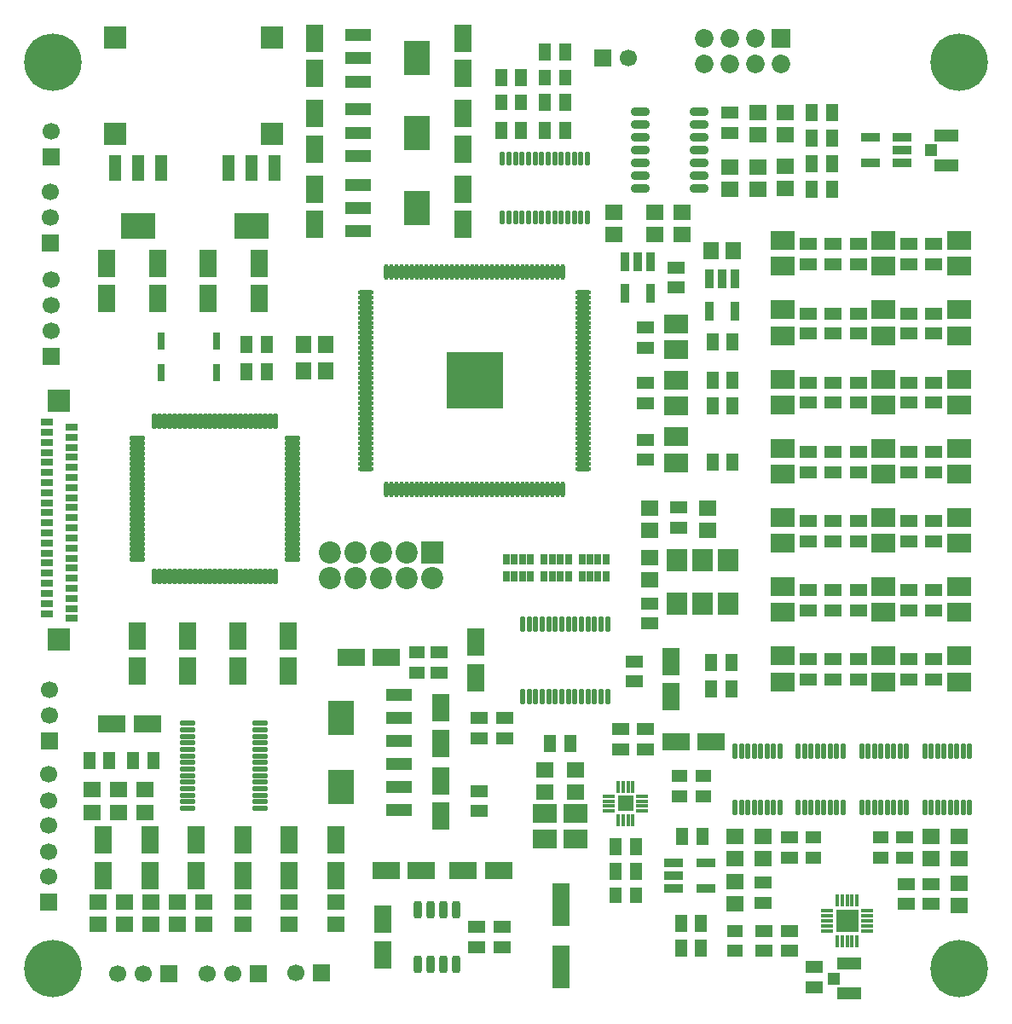
<source format=gts>
G04*
G04 #@! TF.GenerationSoftware,Altium Limited,Altium Designer,23.2.1 (34)*
G04*
G04 Layer_Color=8388736*
%FSLAX42Y42*%
%MOMM*%
G71*
G04*
G04 #@! TF.SameCoordinates,D42B7736-0A14-4BE5-A4A9-6633498721EE*
G04*
G04*
G04 #@! TF.FilePolarity,Negative*
G04*
G01*
G75*
%ADD20R,2.20X2.20*%
%ADD21R,1.30X0.45*%
%ADD22R,0.45X1.30*%
%ADD23R,1.85X0.96*%
%ADD24R,0.96X1.85*%
%ADD25R,1.20X1.80*%
%ADD26R,1.20X1.50*%
%ADD27R,1.50X1.20*%
%ADD28O,0.50X1.60*%
%ADD29O,1.60X0.50*%
%ADD30O,0.45X1.60*%
%ADD31O,1.60X0.45*%
%ADD32R,1.30X0.45*%
%ADD33R,0.45X1.30*%
%ADD34R,1.65X1.65*%
G04:AMPARAMS|DCode=35|XSize=1.8mm|YSize=0.8mm|CornerRadius=0.25mm|HoleSize=0mm|Usage=FLASHONLY|Rotation=180.000|XOffset=0mm|YOffset=0mm|HoleType=Round|Shape=RoundedRectangle|*
%AMROUNDEDRECTD35*
21,1,1.80,0.30,0,0,180.0*
21,1,1.30,0.80,0,0,180.0*
1,1,0.50,-0.65,0.15*
1,1,0.50,0.65,0.15*
1,1,0.50,0.65,-0.15*
1,1,0.50,-0.65,-0.15*
%
%ADD35ROUNDEDRECTD35*%
G04:AMPARAMS|DCode=36|XSize=1.6mm|YSize=0.55mm|CornerRadius=0.28mm|HoleSize=0mm|Usage=FLASHONLY|Rotation=180.000|XOffset=0mm|YOffset=0mm|HoleType=Round|Shape=RoundedRectangle|*
%AMROUNDEDRECTD36*
21,1,1.60,0.00,0,0,180.0*
21,1,1.05,0.55,0,0,180.0*
1,1,0.55,-0.53,0.00*
1,1,0.55,0.53,0.00*
1,1,0.55,0.53,0.00*
1,1,0.55,-0.53,0.00*
%
%ADD36ROUNDEDRECTD36*%
%ADD37R,2.00X2.20*%
%ADD38O,0.55X1.40*%
%ADD39R,2.70X1.80*%
%ADD40R,1.80X2.70*%
%ADD41R,1.80X1.20*%
%ADD42R,1.80X4.20*%
G04:AMPARAMS|DCode=43|XSize=1.6mm|YSize=0.55mm|CornerRadius=0.28mm|HoleSize=0mm|Usage=FLASHONLY|Rotation=270.000|XOffset=0mm|YOffset=0mm|HoleType=Round|Shape=RoundedRectangle|*
%AMROUNDEDRECTD43*
21,1,1.60,0.00,0,0,270.0*
21,1,1.05,0.55,0,0,270.0*
1,1,0.55,0.00,-0.53*
1,1,0.55,0.00,0.53*
1,1,0.55,0.00,0.53*
1,1,0.55,0.00,-0.53*
%
%ADD43ROUNDEDRECTD43*%
%ADD44O,0.55X1.60*%
%ADD45R,2.60X3.50*%
%ADD46R,2.60X1.20*%
%ADD47R,3.50X2.60*%
%ADD48R,1.20X2.60*%
%ADD49R,0.65X1.10*%
G04:AMPARAMS|DCode=50|XSize=1.75mm|YSize=0.8mm|CornerRadius=0.25mm|HoleSize=0mm|Usage=FLASHONLY|Rotation=90.000|XOffset=0mm|YOffset=0mm|HoleType=Round|Shape=RoundedRectangle|*
%AMROUNDEDRECTD50*
21,1,1.75,0.30,0,0,90.0*
21,1,1.25,0.80,0,0,90.0*
1,1,0.50,0.15,0.63*
1,1,0.50,0.15,-0.63*
1,1,0.50,-0.15,-0.63*
1,1,0.50,-0.15,0.63*
%
%ADD50ROUNDEDRECTD50*%
%ADD51R,1.50X1.80*%
%ADD52R,1.80X1.50*%
%ADD53R,2.44X1.90*%
%ADD54R,0.80X1.70*%
%ADD55R,1.25X1.20*%
%ADD56R,2.40X1.25*%
%ADD57R,1.30X0.70*%
%ADD58C,0.90*%
%ADD59R,5.70X5.70*%
%ADD60R,1.70X1.70*%
%ADD61C,1.70*%
%ADD62C,2.20*%
%ADD63C,1.85*%
%ADD64R,1.85X1.85*%
%ADD65R,1.70X1.70*%
%ADD66C,5.70*%
%ADD67C,0.70*%
%ADD68C,4.70*%
D20*
X8388Y975D02*
D03*
X562Y6134D02*
D03*
Y3766D02*
D03*
X4271Y4627D02*
D03*
X1115Y9747D02*
D03*
Y8788D02*
D03*
X2675Y9747D02*
D03*
Y8788D02*
D03*
D21*
X8185Y875D02*
D03*
Y925D02*
D03*
Y975D02*
D03*
Y1025D02*
D03*
Y1075D02*
D03*
X8590D02*
D03*
Y1025D02*
D03*
Y975D02*
D03*
Y925D02*
D03*
Y875D02*
D03*
D22*
X8288Y1178D02*
D03*
X8338D02*
D03*
X8388D02*
D03*
X8438D02*
D03*
X8488D02*
D03*
Y772D02*
D03*
X8438D02*
D03*
X8388D02*
D03*
X8338D02*
D03*
X8288D02*
D03*
D23*
X8934Y8752D02*
D03*
Y8625D02*
D03*
Y8498D02*
D03*
X8616Y8752D02*
D03*
Y8498D02*
D03*
X6984Y1552D02*
D03*
Y1298D02*
D03*
X6666Y1552D02*
D03*
Y1425D02*
D03*
Y1298D02*
D03*
D24*
X6439Y7204D02*
D03*
X6185D02*
D03*
X6439Y7521D02*
D03*
X6312D02*
D03*
X6185D02*
D03*
X7023Y7346D02*
D03*
X7150D02*
D03*
X7277D02*
D03*
X7023Y7029D02*
D03*
X7277D02*
D03*
D25*
X8038Y8492D02*
D03*
X8238D02*
D03*
X6938Y700D02*
D03*
X6738D02*
D03*
X5388Y8825D02*
D03*
X5588D02*
D03*
X8238Y8746D02*
D03*
X8038D02*
D03*
X6288Y1712D02*
D03*
X6088D02*
D03*
X7238Y3275D02*
D03*
X7038D02*
D03*
X5150Y8825D02*
D03*
X4950D02*
D03*
X5388Y9100D02*
D03*
X5588D02*
D03*
X1500Y2562D02*
D03*
X1300D02*
D03*
X6750Y1812D02*
D03*
X6950D02*
D03*
X5388Y9600D02*
D03*
X5588D02*
D03*
X5150Y9350D02*
D03*
X4950D02*
D03*
X2425Y6700D02*
D03*
X2625D02*
D03*
X2425Y6425D02*
D03*
X2625D02*
D03*
X6738Y950D02*
D03*
X6938D02*
D03*
X6088Y1462D02*
D03*
X6288D02*
D03*
X5438Y2738D02*
D03*
X5638D02*
D03*
X7038Y3538D02*
D03*
X7238D02*
D03*
X7050Y6725D02*
D03*
X7250D02*
D03*
X7050Y6338D02*
D03*
X7250D02*
D03*
X7050Y6088D02*
D03*
X7250D02*
D03*
X7050Y5525D02*
D03*
X7250D02*
D03*
X8238Y8238D02*
D03*
X8038D02*
D03*
X8238Y9000D02*
D03*
X8038D02*
D03*
X1062Y2562D02*
D03*
X862D02*
D03*
D26*
X6288Y1225D02*
D03*
X6088D02*
D03*
X5150Y9100D02*
D03*
X4950D02*
D03*
X5388Y9350D02*
D03*
X5588D02*
D03*
D27*
X4112Y3438D02*
D03*
Y3638D02*
D03*
X6962Y2412D02*
D03*
Y2212D02*
D03*
X6725D02*
D03*
Y2412D02*
D03*
X7275Y675D02*
D03*
Y875D02*
D03*
X8050Y1800D02*
D03*
Y1600D02*
D03*
X8725Y1800D02*
D03*
Y1600D02*
D03*
D28*
X2712Y5933D02*
D03*
X2662D02*
D03*
X2612D02*
D03*
X2562D02*
D03*
X2512D02*
D03*
X2462D02*
D03*
X2412D02*
D03*
X2362D02*
D03*
X2312D02*
D03*
X2262D02*
D03*
X2212D02*
D03*
X2162D02*
D03*
X2112D02*
D03*
X2062D02*
D03*
X2012D02*
D03*
X1962D02*
D03*
X1912D02*
D03*
X1862D02*
D03*
X1812D02*
D03*
X1762D02*
D03*
X1712D02*
D03*
X1662D02*
D03*
X1612D02*
D03*
X1562D02*
D03*
X1512D02*
D03*
Y4392D02*
D03*
X1562D02*
D03*
X1612D02*
D03*
X1662D02*
D03*
X1712D02*
D03*
X1762D02*
D03*
X1812D02*
D03*
X1862D02*
D03*
X1912D02*
D03*
X1962D02*
D03*
X2012D02*
D03*
X2062D02*
D03*
X2112D02*
D03*
X2162D02*
D03*
X2212D02*
D03*
X2262D02*
D03*
X2312D02*
D03*
X2362D02*
D03*
X2412D02*
D03*
X2462D02*
D03*
X2512D02*
D03*
X2562D02*
D03*
X2612D02*
D03*
X2662D02*
D03*
X2712D02*
D03*
D29*
X1343Y5762D02*
D03*
Y5712D02*
D03*
Y5662D02*
D03*
Y5612D02*
D03*
Y5562D02*
D03*
Y5512D02*
D03*
Y5462D02*
D03*
Y5412D02*
D03*
Y5362D02*
D03*
Y5312D02*
D03*
Y5262D02*
D03*
Y5212D02*
D03*
Y5162D02*
D03*
Y5112D02*
D03*
Y5062D02*
D03*
Y5012D02*
D03*
Y4962D02*
D03*
Y4912D02*
D03*
Y4862D02*
D03*
Y4812D02*
D03*
Y4762D02*
D03*
Y4712D02*
D03*
Y4662D02*
D03*
Y4612D02*
D03*
Y4562D02*
D03*
X2883D02*
D03*
Y4612D02*
D03*
Y4662D02*
D03*
Y4712D02*
D03*
Y4762D02*
D03*
Y4812D02*
D03*
Y4862D02*
D03*
Y4912D02*
D03*
Y4962D02*
D03*
Y5012D02*
D03*
Y5062D02*
D03*
Y5112D02*
D03*
Y5162D02*
D03*
Y5212D02*
D03*
Y5262D02*
D03*
Y5312D02*
D03*
Y5362D02*
D03*
Y5412D02*
D03*
Y5462D02*
D03*
Y5512D02*
D03*
Y5562D02*
D03*
Y5612D02*
D03*
Y5662D02*
D03*
Y5712D02*
D03*
Y5762D02*
D03*
D30*
X3812Y7418D02*
D03*
X3862D02*
D03*
X3912D02*
D03*
X3962D02*
D03*
X4012D02*
D03*
X4062D02*
D03*
X4112D02*
D03*
X4162D02*
D03*
X4212D02*
D03*
X4262D02*
D03*
X4312D02*
D03*
X4362D02*
D03*
X4412D02*
D03*
X4462D02*
D03*
X4512D02*
D03*
X4562D02*
D03*
X4612D02*
D03*
X4662D02*
D03*
X4712D02*
D03*
X4762D02*
D03*
X4812D02*
D03*
X4862D02*
D03*
X4912D02*
D03*
X4962D02*
D03*
X5012D02*
D03*
X5062D02*
D03*
X5112D02*
D03*
X5162D02*
D03*
X5212D02*
D03*
X5262D02*
D03*
X5312D02*
D03*
X5362D02*
D03*
X5412D02*
D03*
X5462D02*
D03*
X5512D02*
D03*
X5562D02*
D03*
Y5258D02*
D03*
X5512D02*
D03*
X5462D02*
D03*
X5412D02*
D03*
X5362D02*
D03*
X5312D02*
D03*
X5262D02*
D03*
X5212D02*
D03*
X5162D02*
D03*
X5112D02*
D03*
X5062D02*
D03*
X5012D02*
D03*
X4962D02*
D03*
X4912D02*
D03*
X4862D02*
D03*
X4812D02*
D03*
X4762D02*
D03*
X4712D02*
D03*
X4662D02*
D03*
X4612D02*
D03*
X4562D02*
D03*
X4512D02*
D03*
X4462D02*
D03*
X4412D02*
D03*
X4362D02*
D03*
X4312D02*
D03*
X4262D02*
D03*
X4212D02*
D03*
X4162D02*
D03*
X4112D02*
D03*
X4062D02*
D03*
X4012D02*
D03*
X3962D02*
D03*
X3912D02*
D03*
X3862D02*
D03*
X3812D02*
D03*
D31*
X5767Y7212D02*
D03*
Y7162D02*
D03*
Y7112D02*
D03*
Y7062D02*
D03*
Y7012D02*
D03*
Y6962D02*
D03*
Y6912D02*
D03*
Y6862D02*
D03*
Y6812D02*
D03*
Y6762D02*
D03*
Y6712D02*
D03*
Y6662D02*
D03*
Y6612D02*
D03*
Y6562D02*
D03*
Y6512D02*
D03*
Y6462D02*
D03*
Y6412D02*
D03*
Y6362D02*
D03*
Y6312D02*
D03*
Y6262D02*
D03*
Y6212D02*
D03*
Y6162D02*
D03*
Y6112D02*
D03*
Y6062D02*
D03*
Y6012D02*
D03*
Y5962D02*
D03*
Y5912D02*
D03*
Y5862D02*
D03*
Y5812D02*
D03*
Y5762D02*
D03*
Y5712D02*
D03*
Y5662D02*
D03*
Y5612D02*
D03*
Y5562D02*
D03*
Y5512D02*
D03*
Y5462D02*
D03*
X3608D02*
D03*
Y5512D02*
D03*
Y5562D02*
D03*
Y5612D02*
D03*
Y5662D02*
D03*
Y5712D02*
D03*
Y5762D02*
D03*
Y5812D02*
D03*
Y5862D02*
D03*
Y5912D02*
D03*
Y5962D02*
D03*
Y6012D02*
D03*
Y6062D02*
D03*
Y6112D02*
D03*
Y6162D02*
D03*
Y6212D02*
D03*
Y6262D02*
D03*
Y6312D02*
D03*
Y6362D02*
D03*
Y6412D02*
D03*
Y6462D02*
D03*
Y6512D02*
D03*
Y6562D02*
D03*
Y6612D02*
D03*
Y6662D02*
D03*
Y6712D02*
D03*
Y6762D02*
D03*
Y6812D02*
D03*
Y6862D02*
D03*
Y6912D02*
D03*
Y6962D02*
D03*
Y7012D02*
D03*
Y7062D02*
D03*
Y7112D02*
D03*
Y7162D02*
D03*
Y7212D02*
D03*
D32*
X6353Y2212D02*
D03*
Y2162D02*
D03*
Y2112D02*
D03*
Y2062D02*
D03*
X6020D02*
D03*
Y2112D02*
D03*
Y2162D02*
D03*
Y2212D02*
D03*
D33*
X6262Y1972D02*
D03*
X6212D02*
D03*
X6162D02*
D03*
X6112D02*
D03*
Y2305D02*
D03*
X6162D02*
D03*
X6212D02*
D03*
X6262D02*
D03*
D34*
X6188Y2138D02*
D03*
D35*
X6920Y8244D02*
D03*
Y8371D02*
D03*
Y8498D02*
D03*
Y8625D02*
D03*
Y8752D02*
D03*
Y8879D02*
D03*
Y9006D02*
D03*
X6330D02*
D03*
Y8879D02*
D03*
Y8752D02*
D03*
Y8625D02*
D03*
Y8498D02*
D03*
Y8371D02*
D03*
Y8244D02*
D03*
D36*
X2560Y2090D02*
D03*
Y2155D02*
D03*
Y2220D02*
D03*
Y2285D02*
D03*
Y2350D02*
D03*
Y2415D02*
D03*
Y2480D02*
D03*
Y2545D02*
D03*
Y2610D02*
D03*
Y2675D02*
D03*
Y2740D02*
D03*
Y2805D02*
D03*
Y2870D02*
D03*
Y2935D02*
D03*
X1840Y2090D02*
D03*
Y2155D02*
D03*
Y2220D02*
D03*
Y2285D02*
D03*
Y2350D02*
D03*
Y2415D02*
D03*
Y2480D02*
D03*
Y2545D02*
D03*
Y2610D02*
D03*
Y2675D02*
D03*
Y2740D02*
D03*
Y2805D02*
D03*
Y2870D02*
D03*
Y2935D02*
D03*
D37*
X7206Y4124D02*
D03*
X6952D02*
D03*
X6698D02*
D03*
Y4557D02*
D03*
X6952D02*
D03*
X7206D02*
D03*
D38*
X5810Y8543D02*
D03*
X5745D02*
D03*
X5680D02*
D03*
X5615D02*
D03*
X5550D02*
D03*
X5485D02*
D03*
X5420D02*
D03*
X5355D02*
D03*
X5290D02*
D03*
X5225D02*
D03*
X5160D02*
D03*
X5095D02*
D03*
X5030D02*
D03*
X4965D02*
D03*
X5810Y7957D02*
D03*
X5745D02*
D03*
X5680D02*
D03*
X5615D02*
D03*
X5550D02*
D03*
X5485D02*
D03*
X5420D02*
D03*
X5355D02*
D03*
X5290D02*
D03*
X5225D02*
D03*
X5160D02*
D03*
X5095D02*
D03*
X5030D02*
D03*
X4965D02*
D03*
D39*
X3812Y3588D02*
D03*
X3462D02*
D03*
X6688Y2750D02*
D03*
X7038D02*
D03*
X1088Y2925D02*
D03*
X1438D02*
D03*
X3812Y1475D02*
D03*
X4162D02*
D03*
X4925D02*
D03*
X4575D02*
D03*
D40*
X1338Y3800D02*
D03*
Y3450D02*
D03*
X1838D02*
D03*
Y3800D02*
D03*
X4700Y3388D02*
D03*
Y3738D02*
D03*
X6638Y3550D02*
D03*
Y3200D02*
D03*
X2838Y3450D02*
D03*
Y3800D02*
D03*
X2338Y3450D02*
D03*
Y3800D02*
D03*
X1925Y1425D02*
D03*
Y1775D02*
D03*
X1462Y1425D02*
D03*
Y1775D02*
D03*
X1000Y1425D02*
D03*
Y1775D02*
D03*
X3312Y1425D02*
D03*
Y1775D02*
D03*
X2850Y1425D02*
D03*
Y1775D02*
D03*
X2388Y1425D02*
D03*
Y1775D02*
D03*
X2038Y7150D02*
D03*
Y7500D02*
D03*
X1538Y7150D02*
D03*
Y7500D02*
D03*
X4350Y2738D02*
D03*
Y3088D02*
D03*
X4575Y9388D02*
D03*
Y9738D02*
D03*
X3100Y8238D02*
D03*
Y7888D02*
D03*
X4350Y2012D02*
D03*
Y2362D02*
D03*
X4575Y8638D02*
D03*
Y8988D02*
D03*
X3100Y9738D02*
D03*
Y9388D02*
D03*
Y8638D02*
D03*
Y8988D02*
D03*
X1038Y7150D02*
D03*
Y7500D02*
D03*
X2550D02*
D03*
Y7150D02*
D03*
X4575Y8238D02*
D03*
Y7888D02*
D03*
X3775Y988D02*
D03*
Y638D02*
D03*
D41*
X6388Y2875D02*
D03*
Y2675D02*
D03*
X4338Y3438D02*
D03*
Y3638D02*
D03*
X4988Y2788D02*
D03*
Y2988D02*
D03*
X6712Y5075D02*
D03*
Y4875D02*
D03*
X6275Y3550D02*
D03*
Y3350D02*
D03*
X6688Y7462D02*
D03*
Y7262D02*
D03*
X7225Y8800D02*
D03*
Y9000D02*
D03*
X8062Y312D02*
D03*
Y512D02*
D03*
X7812Y875D02*
D03*
Y675D02*
D03*
X7550Y1150D02*
D03*
Y1350D02*
D03*
X7812Y1800D02*
D03*
Y1600D02*
D03*
X8962Y1800D02*
D03*
Y1600D02*
D03*
X9225Y1138D02*
D03*
Y1338D02*
D03*
X8975Y1138D02*
D03*
Y1338D02*
D03*
X4738Y2788D02*
D03*
Y2988D02*
D03*
Y2062D02*
D03*
Y2262D02*
D03*
X4962Y712D02*
D03*
Y912D02*
D03*
X4712D02*
D03*
Y712D02*
D03*
X6138Y2675D02*
D03*
Y2875D02*
D03*
X6425Y3925D02*
D03*
Y4125D02*
D03*
X6388Y6662D02*
D03*
Y6862D02*
D03*
Y6112D02*
D03*
Y6312D02*
D03*
Y5550D02*
D03*
Y5750D02*
D03*
X7562Y675D02*
D03*
Y875D02*
D03*
X8000Y7005D02*
D03*
Y6805D02*
D03*
Y5630D02*
D03*
Y5430D02*
D03*
Y7693D02*
D03*
Y7493D02*
D03*
Y6318D02*
D03*
Y6118D02*
D03*
X8250Y7493D02*
D03*
Y7693D02*
D03*
Y6805D02*
D03*
Y7005D02*
D03*
Y6118D02*
D03*
Y6318D02*
D03*
Y5630D02*
D03*
Y5430D02*
D03*
X8500Y7493D02*
D03*
Y7693D02*
D03*
X8500Y6805D02*
D03*
Y7005D02*
D03*
X8500Y6118D02*
D03*
Y6318D02*
D03*
Y5430D02*
D03*
Y5630D02*
D03*
X9000Y7693D02*
D03*
Y7493D02*
D03*
Y7005D02*
D03*
Y6805D02*
D03*
Y6318D02*
D03*
Y6118D02*
D03*
Y5430D02*
D03*
Y5630D02*
D03*
X9250Y7005D02*
D03*
Y6805D02*
D03*
Y5630D02*
D03*
Y5430D02*
D03*
Y7693D02*
D03*
Y7493D02*
D03*
Y6318D02*
D03*
Y6118D02*
D03*
X8000Y4943D02*
D03*
Y4743D02*
D03*
Y4255D02*
D03*
Y4055D02*
D03*
X8000Y3568D02*
D03*
Y3368D02*
D03*
X8250Y4055D02*
D03*
Y4255D02*
D03*
X8250Y3368D02*
D03*
Y3568D02*
D03*
X8250Y4743D02*
D03*
Y4943D02*
D03*
X8500Y4743D02*
D03*
Y4943D02*
D03*
Y4055D02*
D03*
Y4255D02*
D03*
X8500Y3368D02*
D03*
Y3568D02*
D03*
X9000Y4943D02*
D03*
Y4743D02*
D03*
Y4255D02*
D03*
Y4055D02*
D03*
X9000Y3568D02*
D03*
Y3368D02*
D03*
X9250Y4943D02*
D03*
Y4743D02*
D03*
Y4255D02*
D03*
Y4055D02*
D03*
X9250Y3568D02*
D03*
Y3368D02*
D03*
D42*
X5550Y1135D02*
D03*
Y515D02*
D03*
D43*
X5165Y3203D02*
D03*
X5230D02*
D03*
X5295D02*
D03*
X5360D02*
D03*
X5425D02*
D03*
X5490D02*
D03*
X5555D02*
D03*
X5620D02*
D03*
X5685D02*
D03*
X5750D02*
D03*
X5815D02*
D03*
X5880D02*
D03*
X5945D02*
D03*
X6010D02*
D03*
X5165Y3922D02*
D03*
X5230D02*
D03*
X5295D02*
D03*
X5360D02*
D03*
X5425D02*
D03*
X5490D02*
D03*
X5555D02*
D03*
X5620D02*
D03*
X5685D02*
D03*
X5750D02*
D03*
X5815D02*
D03*
X5880D02*
D03*
X5945D02*
D03*
X6010D02*
D03*
D44*
X7722Y2655D02*
D03*
X7659D02*
D03*
X7595D02*
D03*
X7532D02*
D03*
X7468D02*
D03*
X7405D02*
D03*
X7341D02*
D03*
X7278D02*
D03*
X7722Y2095D02*
D03*
X7659D02*
D03*
X7595D02*
D03*
X7532D02*
D03*
X7468D02*
D03*
X7405D02*
D03*
X7341D02*
D03*
X7278D02*
D03*
X8347Y2655D02*
D03*
X8284D02*
D03*
X8220D02*
D03*
X8157D02*
D03*
X8093D02*
D03*
X8030D02*
D03*
X7966D02*
D03*
X7903D02*
D03*
X8347Y2095D02*
D03*
X8284D02*
D03*
X8220D02*
D03*
X8157D02*
D03*
X8093D02*
D03*
X8030D02*
D03*
X7966D02*
D03*
X7903D02*
D03*
X8978Y2660D02*
D03*
X8914D02*
D03*
X8851D02*
D03*
X8788D02*
D03*
X8724D02*
D03*
X8661D02*
D03*
X8597D02*
D03*
X8533D02*
D03*
X8978Y2100D02*
D03*
X8914D02*
D03*
X8851D02*
D03*
X8788D02*
D03*
X8724D02*
D03*
X8661D02*
D03*
X8597D02*
D03*
X8533D02*
D03*
X9603Y2660D02*
D03*
X9539D02*
D03*
X9476D02*
D03*
X9412D02*
D03*
X9349D02*
D03*
X9286D02*
D03*
X9222D02*
D03*
X9158D02*
D03*
X9603Y2100D02*
D03*
X9539D02*
D03*
X9476D02*
D03*
X9412D02*
D03*
X9349D02*
D03*
X9286D02*
D03*
X9222D02*
D03*
X9158D02*
D03*
D45*
X3360Y2988D02*
D03*
X4115Y9538D02*
D03*
X3360Y2300D02*
D03*
X4115Y8800D02*
D03*
Y8050D02*
D03*
D46*
X3940Y3217D02*
D03*
Y2988D02*
D03*
Y2758D02*
D03*
X3535Y9307D02*
D03*
Y9538D02*
D03*
Y9768D02*
D03*
X3940Y2530D02*
D03*
Y2300D02*
D03*
Y2070D02*
D03*
X3535Y8570D02*
D03*
Y8800D02*
D03*
Y9030D02*
D03*
Y7820D02*
D03*
Y8050D02*
D03*
Y8280D02*
D03*
D47*
X2475Y7872D02*
D03*
X1350D02*
D03*
D48*
X2245Y8453D02*
D03*
X2475D02*
D03*
X2705D02*
D03*
X1120D02*
D03*
X1350D02*
D03*
X1580D02*
D03*
D49*
X5165Y4390D02*
D03*
X5245D02*
D03*
X5005D02*
D03*
X5085D02*
D03*
Y4560D02*
D03*
X5005D02*
D03*
X5245D02*
D03*
X5165D02*
D03*
X5540Y4390D02*
D03*
X5620D02*
D03*
X5380D02*
D03*
X5460D02*
D03*
Y4560D02*
D03*
X5380D02*
D03*
X5620D02*
D03*
X5540D02*
D03*
X5915Y4390D02*
D03*
X5995D02*
D03*
X5755D02*
D03*
X5835D02*
D03*
Y4560D02*
D03*
X5755D02*
D03*
X5995D02*
D03*
X5915D02*
D03*
D50*
X4122Y1082D02*
D03*
X4249D02*
D03*
X4376D02*
D03*
X4503D02*
D03*
Y543D02*
D03*
X4376D02*
D03*
X4249D02*
D03*
X4122D02*
D03*
D51*
X2990Y6438D02*
D03*
X3210D02*
D03*
X2990Y6700D02*
D03*
X3210D02*
D03*
X7260Y7625D02*
D03*
X7040D02*
D03*
D52*
X5388Y2252D02*
D03*
Y2473D02*
D03*
X5688Y2252D02*
D03*
Y2473D02*
D03*
X7000Y4853D02*
D03*
Y5072D02*
D03*
X6425D02*
D03*
Y4853D02*
D03*
Y4583D02*
D03*
Y4362D02*
D03*
X6075Y7790D02*
D03*
Y8010D02*
D03*
X6750Y7790D02*
D03*
Y8010D02*
D03*
X6475Y7790D02*
D03*
Y8010D02*
D03*
X7225Y8460D02*
D03*
Y8240D02*
D03*
X7500D02*
D03*
Y8460D02*
D03*
Y8997D02*
D03*
Y8778D02*
D03*
X7775Y8462D02*
D03*
Y8243D02*
D03*
X7775Y8778D02*
D03*
Y8997D02*
D03*
X1412Y2273D02*
D03*
Y2052D02*
D03*
X1150Y2273D02*
D03*
Y2052D02*
D03*
X888Y2273D02*
D03*
Y2052D02*
D03*
X1212Y940D02*
D03*
Y1160D02*
D03*
X1475D02*
D03*
Y940D02*
D03*
X2000D02*
D03*
Y1160D02*
D03*
X2850Y940D02*
D03*
Y1160D02*
D03*
X1738Y1157D02*
D03*
Y938D02*
D03*
X2388Y940D02*
D03*
Y1160D02*
D03*
X950D02*
D03*
Y940D02*
D03*
X7275Y1140D02*
D03*
Y1360D02*
D03*
Y1810D02*
D03*
Y1590D02*
D03*
X7550Y1810D02*
D03*
Y1590D02*
D03*
X9225Y1810D02*
D03*
Y1590D02*
D03*
X9500Y1127D02*
D03*
Y1348D02*
D03*
Y1810D02*
D03*
Y1590D02*
D03*
X3312Y940D02*
D03*
Y1160D02*
D03*
D53*
X5388Y1785D02*
D03*
Y2040D02*
D03*
X5688Y1785D02*
D03*
Y2040D02*
D03*
X6688Y6903D02*
D03*
Y6647D02*
D03*
Y6340D02*
D03*
Y6085D02*
D03*
Y5778D02*
D03*
Y5522D02*
D03*
X7750Y7472D02*
D03*
Y7727D02*
D03*
Y6785D02*
D03*
Y7040D02*
D03*
Y6097D02*
D03*
Y6352D02*
D03*
Y5410D02*
D03*
Y5665D02*
D03*
X8750Y7472D02*
D03*
Y7727D02*
D03*
Y6785D02*
D03*
Y7040D02*
D03*
Y6097D02*
D03*
Y6352D02*
D03*
X8750Y5410D02*
D03*
Y5665D02*
D03*
X9500Y7040D02*
D03*
Y6785D02*
D03*
Y5665D02*
D03*
Y5410D02*
D03*
Y7727D02*
D03*
Y7472D02*
D03*
Y6352D02*
D03*
Y6097D02*
D03*
X7750Y4722D02*
D03*
Y4978D02*
D03*
Y4035D02*
D03*
Y4290D02*
D03*
X7750Y3347D02*
D03*
Y3603D02*
D03*
X8750Y4722D02*
D03*
Y4978D02*
D03*
Y4035D02*
D03*
Y4290D02*
D03*
X8750Y3347D02*
D03*
Y3603D02*
D03*
X9500Y4978D02*
D03*
Y4722D02*
D03*
Y4290D02*
D03*
Y4035D02*
D03*
X9500Y3603D02*
D03*
Y3347D02*
D03*
D54*
X1575Y6732D02*
D03*
Y6418D02*
D03*
X2125Y6732D02*
D03*
Y6418D02*
D03*
D55*
X9222Y8625D02*
D03*
X8260Y400D02*
D03*
D56*
X9375Y8772D02*
D03*
Y8478D02*
D03*
X8412Y253D02*
D03*
Y547D02*
D03*
D57*
X688Y3975D02*
D03*
X438Y4025D02*
D03*
X688Y4075D02*
D03*
X438Y4125D02*
D03*
X688Y4175D02*
D03*
X438Y4225D02*
D03*
X688Y4275D02*
D03*
X438Y4325D02*
D03*
X688Y4375D02*
D03*
X438Y4425D02*
D03*
X688Y4475D02*
D03*
X438Y4525D02*
D03*
X688Y4575D02*
D03*
X438Y4625D02*
D03*
X688Y4675D02*
D03*
X438Y4725D02*
D03*
X688Y4775D02*
D03*
X438Y4825D02*
D03*
X688Y4875D02*
D03*
X438Y4925D02*
D03*
X688Y4975D02*
D03*
X438Y5025D02*
D03*
X688Y5075D02*
D03*
X438Y5125D02*
D03*
X688Y5175D02*
D03*
X438Y5225D02*
D03*
X688Y5275D02*
D03*
X438Y5325D02*
D03*
X688Y5375D02*
D03*
X438Y5425D02*
D03*
X688Y5475D02*
D03*
X438Y5525D02*
D03*
X688Y5575D02*
D03*
X438Y5625D02*
D03*
X688Y5675D02*
D03*
X438Y5725D02*
D03*
X688Y5775D02*
D03*
X438Y5825D02*
D03*
X688Y5875D02*
D03*
X438Y5925D02*
D03*
D58*
X8338Y925D02*
D03*
X8438Y1025D02*
D03*
X8338D02*
D03*
X8438Y925D02*
D03*
X6188Y2138D02*
D03*
D59*
X4688Y6338D02*
D03*
D60*
X468Y2758D02*
D03*
X480Y8561D02*
D03*
X462Y1155D02*
D03*
X475Y7700D02*
D03*
X480Y6582D02*
D03*
D61*
X468Y3012D02*
D03*
Y3267D02*
D03*
X6215Y9545D02*
D03*
X2910Y455D02*
D03*
X2033Y450D02*
D03*
X2288D02*
D03*
X1146D02*
D03*
X1400D02*
D03*
X480Y8814D02*
D03*
X462Y1917D02*
D03*
Y1409D02*
D03*
Y1662D02*
D03*
Y2170D02*
D03*
Y2425D02*
D03*
X475Y8208D02*
D03*
Y7954D02*
D03*
X480Y7343D02*
D03*
Y7089D02*
D03*
Y6836D02*
D03*
D62*
X3762Y4627D02*
D03*
X4017Y4373D02*
D03*
Y4627D02*
D03*
X4271Y4373D02*
D03*
X3508Y4627D02*
D03*
X3254D02*
D03*
X3508Y4373D02*
D03*
X3762D02*
D03*
X3254D02*
D03*
D63*
X6969Y9486D02*
D03*
X7223D02*
D03*
X6969Y9739D02*
D03*
X7223D02*
D03*
X7731Y9486D02*
D03*
X7477Y9739D02*
D03*
Y9486D02*
D03*
D64*
X7731Y9739D02*
D03*
D65*
X5960Y9545D02*
D03*
X3165Y455D02*
D03*
X2542Y450D02*
D03*
X1654D02*
D03*
D66*
X9500Y500D02*
D03*
Y9500D02*
D03*
X500D02*
D03*
Y500D02*
D03*
D67*
X4467Y6557D02*
D03*
X4578D02*
D03*
X4688D02*
D03*
X4797D02*
D03*
X4908D02*
D03*
X4467Y6447D02*
D03*
X4908D02*
D03*
X4467Y6338D02*
D03*
X4908D02*
D03*
X4467Y6228D02*
D03*
X4908D02*
D03*
X4467Y6117D02*
D03*
X4578D02*
D03*
X4688D02*
D03*
X4797D02*
D03*
X4908D02*
D03*
D68*
X4688Y6338D02*
D03*
M02*

</source>
